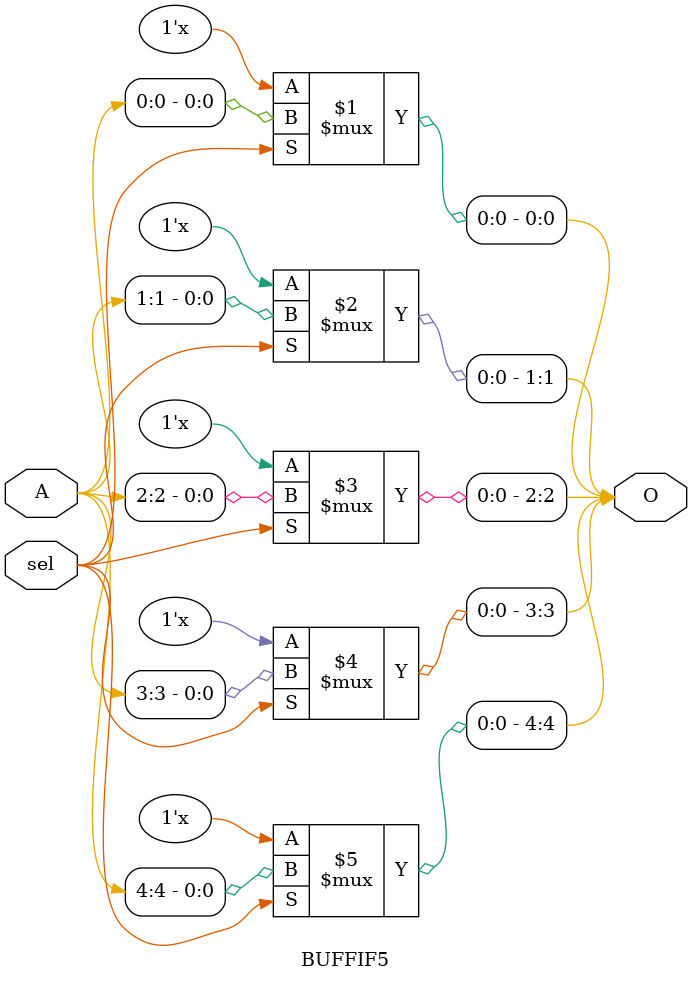
<source format=v>
module BUFFIF5(A, sel, O);
input[4:0] A;
input sel;
output[4:0] O;

bufif1 b0(O[0], A[0], sel);
bufif1 b1(O[1], A[1], sel);
bufif1 b2(O[2], A[2], sel);
bufif1 b3(O[3], A[3], sel);
bufif1 b4(O[4], A[4], sel);

endmodule

</source>
